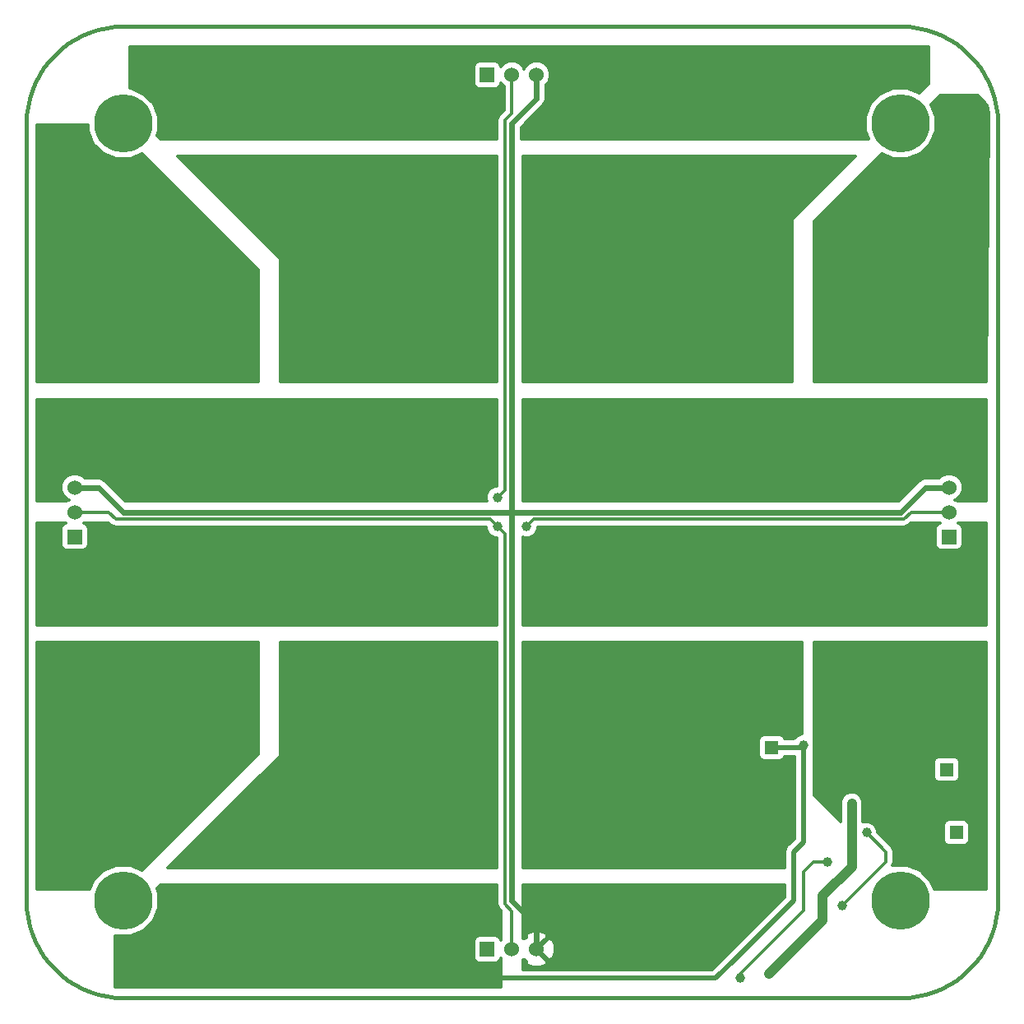
<source format=gbl>
G04 (created by PCBNEW-RS274X (2010-00-09 BZR 23xx)-stable) date Mon 03 Oct 2011 12:09:16 AM EDT*
G01*
G70*
G90*
%MOIN*%
G04 Gerber Fmt 3.4, Leading zero omitted, Abs format*
%FSLAX34Y34*%
G04 APERTURE LIST*
%ADD10C,0.005000*%
%ADD11C,0.015000*%
%ADD12R,0.060000X0.060000*%
%ADD13C,0.060000*%
%ADD14R,0.055000X0.055000*%
%ADD15C,0.236200*%
%ADD16C,0.029500*%
%ADD17C,0.039400*%
%ADD18C,0.019700*%
%ADD19C,0.011800*%
%ADD20C,0.039400*%
%ADD21C,0.023600*%
G04 APERTURE END LIST*
G54D10*
G54D11*
X19685Y-55118D02*
X19685Y-23622D01*
X55118Y-59055D02*
X23622Y-59055D01*
X59055Y-23622D02*
X59055Y-55118D01*
X23622Y-19685D02*
X55118Y-19685D01*
X55118Y-59055D02*
X55461Y-59040D01*
X55801Y-58995D01*
X56136Y-58920D01*
X56464Y-58817D01*
X56781Y-58686D01*
X57086Y-58527D01*
X57376Y-58343D01*
X57648Y-58133D01*
X57901Y-57901D01*
X58133Y-57648D01*
X58343Y-57376D01*
X58527Y-57086D01*
X58686Y-56781D01*
X58817Y-56464D01*
X58920Y-56136D01*
X58995Y-55801D01*
X59040Y-55461D01*
X59055Y-55118D01*
X19685Y-55118D02*
X19700Y-55461D01*
X19745Y-55801D01*
X19820Y-56136D01*
X19923Y-56464D01*
X20054Y-56781D01*
X20213Y-57086D01*
X20397Y-57376D01*
X20607Y-57648D01*
X20839Y-57901D01*
X21092Y-58133D01*
X21364Y-58343D01*
X21654Y-58527D01*
X21959Y-58686D01*
X22276Y-58817D01*
X22604Y-58920D01*
X22939Y-58995D01*
X23279Y-59040D01*
X23622Y-59055D01*
X23622Y-19685D02*
X23279Y-19700D01*
X22939Y-19745D01*
X22604Y-19820D01*
X22276Y-19923D01*
X21959Y-20054D01*
X21654Y-20213D01*
X21364Y-20397D01*
X21092Y-20607D01*
X20839Y-20839D01*
X20607Y-21092D01*
X20397Y-21364D01*
X20213Y-21654D01*
X20054Y-21959D01*
X19923Y-22276D01*
X19820Y-22604D01*
X19745Y-22939D01*
X19700Y-23279D01*
X19685Y-23622D01*
X59055Y-23622D02*
X59040Y-23279D01*
X58995Y-22939D01*
X58920Y-22604D01*
X58817Y-22276D01*
X58686Y-21959D01*
X58527Y-21654D01*
X58343Y-21364D01*
X58133Y-21092D01*
X57901Y-20839D01*
X57648Y-20607D01*
X57376Y-20397D01*
X57086Y-20213D01*
X56781Y-20054D01*
X56464Y-19923D01*
X56136Y-19820D01*
X55801Y-19745D01*
X55461Y-19700D01*
X55118Y-19685D01*
G54D12*
X38370Y-57087D03*
G54D13*
X39370Y-57087D03*
X40370Y-57087D03*
G54D12*
X57087Y-40370D03*
G54D13*
X57087Y-39370D03*
X57087Y-38370D03*
G54D12*
X21654Y-40370D03*
G54D13*
X21654Y-39370D03*
X21654Y-38370D03*
G54D12*
X38370Y-21654D03*
G54D13*
X39370Y-21654D03*
X40370Y-21654D03*
G54D14*
X56988Y-49803D03*
X57382Y-52362D03*
X49902Y-48917D03*
G54D15*
X55118Y-55118D03*
X23622Y-55118D03*
X23622Y-23622D03*
X55118Y-23622D03*
G54D16*
X45079Y-53543D03*
X44685Y-53346D03*
X44291Y-53346D03*
X43898Y-53346D03*
X43504Y-53543D03*
X43504Y-44882D03*
X43898Y-45079D03*
X44291Y-45079D03*
X45079Y-44882D03*
X44685Y-45079D03*
X53346Y-43701D03*
X53740Y-43504D03*
X54134Y-43504D03*
X54528Y-43504D03*
X54921Y-43701D03*
X45079Y-43701D03*
X44685Y-43504D03*
X44291Y-43504D03*
X43898Y-43504D03*
X43504Y-43701D03*
X54921Y-33858D03*
X54528Y-33661D03*
X54134Y-33661D03*
X53740Y-33661D03*
X53346Y-33858D03*
X54921Y-44882D03*
X54528Y-45079D03*
X54134Y-45079D03*
X53740Y-45079D03*
X53346Y-44882D03*
X45079Y-35039D03*
X44685Y-35236D03*
X44291Y-35236D03*
X43898Y-35236D03*
X43504Y-35039D03*
X54921Y-35039D03*
X54528Y-35236D03*
X54134Y-35236D03*
X53740Y-35236D03*
X53346Y-35039D03*
X45079Y-25197D03*
X44685Y-25394D03*
X44291Y-25394D03*
X43898Y-25394D03*
X43504Y-25197D03*
X45079Y-33858D03*
X44685Y-33661D03*
X44291Y-33661D03*
X43898Y-33661D03*
X43504Y-33858D03*
X35236Y-24016D03*
X34843Y-23819D03*
X34449Y-23819D03*
X34055Y-23819D03*
X33661Y-24016D03*
X45079Y-24016D03*
X44685Y-23819D03*
X44291Y-23819D03*
X43898Y-23819D03*
X43504Y-24016D03*
X35236Y-33858D03*
X34843Y-33661D03*
X34449Y-33661D03*
X34055Y-33661D03*
X33661Y-33858D03*
X35236Y-25197D03*
X34843Y-25394D03*
X34449Y-25394D03*
X34055Y-25394D03*
X33661Y-25197D03*
X25394Y-35039D03*
X25000Y-35236D03*
X24606Y-35236D03*
X24213Y-35236D03*
X23819Y-35039D03*
X35236Y-35039D03*
X34843Y-35236D03*
X34449Y-35236D03*
X34055Y-35236D03*
X33661Y-35039D03*
X25394Y-44882D03*
X25000Y-45079D03*
X24606Y-45079D03*
X24213Y-45079D03*
X23819Y-44882D03*
X25394Y-33858D03*
X25000Y-33661D03*
X24606Y-33661D03*
X24213Y-33661D03*
X23819Y-33858D03*
X35236Y-43701D03*
X34843Y-43504D03*
X34449Y-43504D03*
X34055Y-43504D03*
X33661Y-43701D03*
X25394Y-43701D03*
X25000Y-43504D03*
X24606Y-43504D03*
X24213Y-43504D03*
X23819Y-43701D03*
X35236Y-53543D03*
X34843Y-53346D03*
X34449Y-53346D03*
X34055Y-53346D03*
X33661Y-53543D03*
X33661Y-44882D03*
X34055Y-45079D03*
X34449Y-45079D03*
X34843Y-45079D03*
X35236Y-44882D03*
X35236Y-54724D03*
X34843Y-54921D03*
X34449Y-54921D03*
X34055Y-54921D03*
X33661Y-54724D03*
G54D13*
X33465Y-57480D03*
G54D17*
X51181Y-48819D03*
X52165Y-53543D03*
X48622Y-58268D03*
X38780Y-38780D03*
X39961Y-39961D03*
X38780Y-39961D03*
X53150Y-51181D03*
X49803Y-58071D03*
X52756Y-55315D03*
X53740Y-52362D03*
G54D16*
X45079Y-54724D03*
X44685Y-54921D03*
X44291Y-54921D03*
X43898Y-54921D03*
X43504Y-54724D03*
G54D18*
X44291Y-53346D02*
X44291Y-45079D01*
X44291Y-53346D02*
X44685Y-53346D01*
X43701Y-53346D02*
X43898Y-53346D01*
X43504Y-53543D02*
X43701Y-53346D01*
X43504Y-44882D02*
X43701Y-45079D01*
X43701Y-45079D02*
X43898Y-45079D01*
X44291Y-45079D02*
X44685Y-45079D01*
X53346Y-43701D02*
X53543Y-43504D01*
X53543Y-43504D02*
X53740Y-43504D01*
X54134Y-43504D02*
X54528Y-43504D01*
X44291Y-43504D02*
X44685Y-43504D01*
X43701Y-43504D02*
X43898Y-43504D01*
X43504Y-43701D02*
X43701Y-43504D01*
X54134Y-33661D02*
X54528Y-33661D01*
X53543Y-33661D02*
X53740Y-33661D01*
X53346Y-33858D02*
X53543Y-33661D01*
X54134Y-45079D02*
X54528Y-45079D01*
X53740Y-45276D02*
X53740Y-45079D01*
X53346Y-44882D02*
X53740Y-45276D01*
X44291Y-35236D02*
X44685Y-35236D01*
X43701Y-35236D02*
X43898Y-35236D01*
X43504Y-35039D02*
X43701Y-35236D01*
X54134Y-35236D02*
X54528Y-35236D01*
X53740Y-35433D02*
X53740Y-35236D01*
X53346Y-35039D02*
X53740Y-35433D01*
X44291Y-25394D02*
X44685Y-25394D01*
X43701Y-25394D02*
X43898Y-25394D01*
X43504Y-25197D02*
X43701Y-25394D01*
X44291Y-33661D02*
X44685Y-33661D01*
X43701Y-33661D02*
X43898Y-33661D01*
X43504Y-33858D02*
X43701Y-33661D01*
X34449Y-23819D02*
X34843Y-23819D01*
X33858Y-23819D02*
X34055Y-23819D01*
X33661Y-24016D02*
X33858Y-23819D01*
X44291Y-23819D02*
X44685Y-23819D01*
X43701Y-23819D02*
X43898Y-23819D01*
X43504Y-24016D02*
X43701Y-23819D01*
X34449Y-33661D02*
X34843Y-33661D01*
X33858Y-33661D02*
X34055Y-33661D01*
X33661Y-33858D02*
X33858Y-33661D01*
X34449Y-25394D02*
X34843Y-25394D01*
X33858Y-25394D02*
X34055Y-25394D01*
X33661Y-25197D02*
X33858Y-25394D01*
X24606Y-35236D02*
X25000Y-35236D01*
X24213Y-35433D02*
X24213Y-35236D01*
X23819Y-35039D02*
X24213Y-35433D01*
X34449Y-35236D02*
X34843Y-35236D01*
X33858Y-35236D02*
X34055Y-35236D01*
X33661Y-35039D02*
X33858Y-35236D01*
X24606Y-45079D02*
X25000Y-45079D01*
X24016Y-45079D02*
X24213Y-45079D01*
X23819Y-44882D02*
X24016Y-45079D01*
X24606Y-33661D02*
X25000Y-33661D01*
X24016Y-33661D02*
X24213Y-33661D01*
X23819Y-33858D02*
X24016Y-33661D01*
X34449Y-43504D02*
X34843Y-43504D01*
X33858Y-43504D02*
X34055Y-43504D01*
X33661Y-43701D02*
X33858Y-43504D01*
X24606Y-43504D02*
X25000Y-43504D01*
X24016Y-43504D02*
X24213Y-43504D01*
X23819Y-43701D02*
X24016Y-43504D01*
X34449Y-53346D02*
X34843Y-53346D01*
X33858Y-53346D02*
X34055Y-53346D01*
X33661Y-53543D02*
X33858Y-53346D01*
X34449Y-45079D02*
X34055Y-45079D01*
X35039Y-45079D02*
X34843Y-45079D01*
X35236Y-44882D02*
X35039Y-45079D01*
X49902Y-48917D02*
X51083Y-48917D01*
X51083Y-48917D02*
X51181Y-48819D01*
X48425Y-57480D02*
X50787Y-55118D01*
X50787Y-55118D02*
X50787Y-53150D01*
X51181Y-48819D02*
X51181Y-52756D01*
X51181Y-52756D02*
X50787Y-53150D01*
X34449Y-54921D02*
X34843Y-54921D01*
X33858Y-54921D02*
X34055Y-54921D01*
X33661Y-54724D02*
X33858Y-54921D01*
X48425Y-57481D02*
X48425Y-57480D01*
X47638Y-58268D02*
X48425Y-57481D01*
X34253Y-58268D02*
X47638Y-58268D01*
X33465Y-57480D02*
X34253Y-58268D01*
G54D19*
X51575Y-53543D02*
X51181Y-53937D01*
X51181Y-55512D02*
X49016Y-57677D01*
X51181Y-53937D02*
X51181Y-55512D01*
X52165Y-53543D02*
X51575Y-53543D01*
X49016Y-57677D02*
X48622Y-58071D01*
X48622Y-58071D02*
X48622Y-58268D01*
X39370Y-57087D02*
X39370Y-55538D01*
X39073Y-40254D02*
X38780Y-39961D01*
X39073Y-55241D02*
X39073Y-40254D01*
X39370Y-55538D02*
X39073Y-55241D01*
X39370Y-21654D02*
X39370Y-23202D01*
X39073Y-38487D02*
X38780Y-38780D01*
X39073Y-23499D02*
X39073Y-38487D01*
X39370Y-23202D02*
X39073Y-23499D01*
X21654Y-39370D02*
X23031Y-39370D01*
X55539Y-39370D02*
X57087Y-39370D01*
X55242Y-39667D02*
X55539Y-39370D01*
X40255Y-39667D02*
X55242Y-39667D01*
X39961Y-39961D02*
X40255Y-39667D01*
X38486Y-39667D02*
X38780Y-39961D01*
X23328Y-39667D02*
X38486Y-39667D01*
X23031Y-39370D02*
X23328Y-39667D01*
G54D20*
X53150Y-53740D02*
X53150Y-51181D01*
X51969Y-54921D02*
X53150Y-53740D01*
X51969Y-55905D02*
X51969Y-54921D01*
X49803Y-58071D02*
X51969Y-55905D01*
G54D19*
X52756Y-55315D02*
X54528Y-53543D01*
X54528Y-53543D02*
X54528Y-53150D01*
X54528Y-53150D02*
X53740Y-52362D01*
G54D21*
X44291Y-54921D02*
X44685Y-54921D01*
X43701Y-54921D02*
X43898Y-54921D01*
X43504Y-54724D02*
X43701Y-54921D01*
X40370Y-57087D02*
X40370Y-56118D01*
X39370Y-55118D02*
X39370Y-39370D01*
X40370Y-56118D02*
X39370Y-55118D01*
X40370Y-21654D02*
X40370Y-22622D01*
X40370Y-22622D02*
X39370Y-23622D01*
X39370Y-23622D02*
X39370Y-39370D01*
X57087Y-38370D02*
X56118Y-38370D01*
X56118Y-38370D02*
X55118Y-39370D01*
X55118Y-39370D02*
X39370Y-39370D01*
X22622Y-38370D02*
X23622Y-39370D01*
X22622Y-38370D02*
X21654Y-38370D01*
X23622Y-39370D02*
X39370Y-39370D01*
G54D10*
G36*
X50433Y-53780D02*
X50433Y-53150D01*
X50460Y-53014D01*
X50537Y-52900D01*
X50827Y-52610D01*
X50827Y-49271D01*
X50421Y-49271D01*
X50394Y-49337D01*
X50322Y-49409D01*
X50228Y-49448D01*
X49576Y-49448D01*
X49482Y-49409D01*
X49410Y-49337D01*
X49371Y-49243D01*
X49371Y-48591D01*
X49410Y-48497D01*
X49482Y-48425D01*
X49576Y-48386D01*
X50228Y-48386D01*
X50322Y-48425D01*
X50394Y-48497D01*
X50421Y-48563D01*
X50798Y-48563D01*
X50925Y-48436D01*
X51091Y-48367D01*
X51122Y-48367D01*
X51122Y-44646D01*
X39823Y-44646D01*
X39823Y-53780D01*
X50433Y-53780D01*
X50433Y-53780D01*
G37*
G54D19*
X50433Y-53780D02*
X50433Y-53150D01*
X50460Y-53014D01*
X50537Y-52900D01*
X50827Y-52610D01*
X50827Y-49271D01*
X50421Y-49271D01*
X50394Y-49337D01*
X50322Y-49409D01*
X50228Y-49448D01*
X49576Y-49448D01*
X49482Y-49409D01*
X49410Y-49337D01*
X49371Y-49243D01*
X49371Y-48591D01*
X49410Y-48497D01*
X49482Y-48425D01*
X49576Y-48386D01*
X50228Y-48386D01*
X50322Y-48425D01*
X50394Y-48497D01*
X50421Y-48563D01*
X50798Y-48563D01*
X50925Y-48436D01*
X51091Y-48367D01*
X51122Y-48367D01*
X51122Y-44646D01*
X39823Y-44646D01*
X39823Y-53780D01*
X50433Y-53780D01*
G54D10*
G36*
X58602Y-54665D02*
X58602Y-44646D01*
X51634Y-44646D01*
X51634Y-50861D01*
X52697Y-51924D01*
X52697Y-51181D01*
X52698Y-51175D01*
X52698Y-51091D01*
X52729Y-51014D01*
X52731Y-51008D01*
X52734Y-51002D01*
X52767Y-50925D01*
X52827Y-50864D01*
X52830Y-50861D01*
X52833Y-50858D01*
X52894Y-50798D01*
X52971Y-50765D01*
X52977Y-50762D01*
X52983Y-50760D01*
X53060Y-50729D01*
X53144Y-50729D01*
X53150Y-50728D01*
X53155Y-50729D01*
X53240Y-50729D01*
X53316Y-50760D01*
X53323Y-50762D01*
X53328Y-50765D01*
X53406Y-50798D01*
X53466Y-50858D01*
X53470Y-50861D01*
X53472Y-50864D01*
X53533Y-50925D01*
X53565Y-51002D01*
X53569Y-51008D01*
X53570Y-51014D01*
X53602Y-51091D01*
X53602Y-51175D01*
X53603Y-51181D01*
X53603Y-51929D01*
X53650Y-51910D01*
X53830Y-51910D01*
X53996Y-51979D01*
X54123Y-52106D01*
X54192Y-52272D01*
X54192Y-52368D01*
X54748Y-52925D01*
X54751Y-52927D01*
X54819Y-53029D01*
X54843Y-53150D01*
X54843Y-53543D01*
X54842Y-53543D01*
X54843Y-53544D01*
X54819Y-53664D01*
X54798Y-53695D01*
X54833Y-53681D01*
X55405Y-53681D01*
X55933Y-53900D01*
X56337Y-54305D01*
X56485Y-54665D01*
X56662Y-54665D01*
X56662Y-50334D01*
X56568Y-50295D01*
X56496Y-50223D01*
X56457Y-50129D01*
X56457Y-49477D01*
X56496Y-49383D01*
X56568Y-49311D01*
X56662Y-49272D01*
X57314Y-49272D01*
X57408Y-49311D01*
X57480Y-49383D01*
X57519Y-49477D01*
X57519Y-50129D01*
X57480Y-50223D01*
X57408Y-50295D01*
X57314Y-50334D01*
X56662Y-50334D01*
X56662Y-54665D01*
X57056Y-54665D01*
X57056Y-52893D01*
X56962Y-52854D01*
X56890Y-52782D01*
X56851Y-52688D01*
X56851Y-52036D01*
X56890Y-51942D01*
X56962Y-51870D01*
X57056Y-51831D01*
X57708Y-51831D01*
X57802Y-51870D01*
X57874Y-51942D01*
X57913Y-52036D01*
X57913Y-52688D01*
X57874Y-52782D01*
X57802Y-52854D01*
X57708Y-52893D01*
X57056Y-52893D01*
X57056Y-54665D01*
X58602Y-54665D01*
X58602Y-54665D01*
G37*
G54D19*
X58602Y-54665D02*
X58602Y-44646D01*
X51634Y-44646D01*
X51634Y-50861D01*
X52697Y-51924D01*
X52697Y-51181D01*
X52698Y-51175D01*
X52698Y-51091D01*
X52729Y-51014D01*
X52731Y-51008D01*
X52734Y-51002D01*
X52767Y-50925D01*
X52827Y-50864D01*
X52830Y-50861D01*
X52833Y-50858D01*
X52894Y-50798D01*
X52971Y-50765D01*
X52977Y-50762D01*
X52983Y-50760D01*
X53060Y-50729D01*
X53144Y-50729D01*
X53150Y-50728D01*
X53155Y-50729D01*
X53240Y-50729D01*
X53316Y-50760D01*
X53323Y-50762D01*
X53328Y-50765D01*
X53406Y-50798D01*
X53466Y-50858D01*
X53470Y-50861D01*
X53472Y-50864D01*
X53533Y-50925D01*
X53565Y-51002D01*
X53569Y-51008D01*
X53570Y-51014D01*
X53602Y-51091D01*
X53602Y-51175D01*
X53603Y-51181D01*
X53603Y-51929D01*
X53650Y-51910D01*
X53830Y-51910D01*
X53996Y-51979D01*
X54123Y-52106D01*
X54192Y-52272D01*
X54192Y-52368D01*
X54748Y-52925D01*
X54751Y-52927D01*
X54819Y-53029D01*
X54843Y-53150D01*
X54843Y-53543D01*
X54842Y-53543D01*
X54843Y-53544D01*
X54819Y-53664D01*
X54798Y-53695D01*
X54833Y-53681D01*
X55405Y-53681D01*
X55933Y-53900D01*
X56337Y-54305D01*
X56485Y-54665D01*
X56662Y-54665D01*
X56662Y-50334D01*
X56568Y-50295D01*
X56496Y-50223D01*
X56457Y-50129D01*
X56457Y-49477D01*
X56496Y-49383D01*
X56568Y-49311D01*
X56662Y-49272D01*
X57314Y-49272D01*
X57408Y-49311D01*
X57480Y-49383D01*
X57519Y-49477D01*
X57519Y-50129D01*
X57480Y-50223D01*
X57408Y-50295D01*
X57314Y-50334D01*
X56662Y-50334D01*
X56662Y-54665D01*
X57056Y-54665D01*
X57056Y-52893D01*
X56962Y-52854D01*
X56890Y-52782D01*
X56851Y-52688D01*
X56851Y-52036D01*
X56890Y-51942D01*
X56962Y-51870D01*
X57056Y-51831D01*
X57708Y-51831D01*
X57802Y-51870D01*
X57874Y-51942D01*
X57913Y-52036D01*
X57913Y-52688D01*
X57874Y-52782D01*
X57802Y-52854D01*
X57708Y-52893D01*
X57056Y-52893D01*
X57056Y-54665D01*
X58602Y-54665D01*
G54D10*
G36*
X58602Y-43937D02*
X58602Y-39823D01*
X57459Y-39823D01*
X57532Y-39853D01*
X57604Y-39925D01*
X57643Y-40019D01*
X57643Y-40721D01*
X57604Y-40815D01*
X57532Y-40887D01*
X57438Y-40926D01*
X56736Y-40926D01*
X56642Y-40887D01*
X56570Y-40815D01*
X56531Y-40721D01*
X56531Y-40019D01*
X56570Y-39925D01*
X56642Y-39853D01*
X56714Y-39823D01*
X55531Y-39823D01*
X55465Y-39890D01*
X55363Y-39958D01*
X55242Y-39982D01*
X40413Y-39982D01*
X40413Y-40051D01*
X40344Y-40217D01*
X40217Y-40344D01*
X40051Y-40413D01*
X39871Y-40413D01*
X39823Y-40393D01*
X39823Y-43937D01*
X58602Y-43937D01*
X58602Y-43937D01*
G37*
G54D19*
X58602Y-43937D02*
X58602Y-39823D01*
X57459Y-39823D01*
X57532Y-39853D01*
X57604Y-39925D01*
X57643Y-40019D01*
X57643Y-40721D01*
X57604Y-40815D01*
X57532Y-40887D01*
X57438Y-40926D01*
X56736Y-40926D01*
X56642Y-40887D01*
X56570Y-40815D01*
X56531Y-40721D01*
X56531Y-40019D01*
X56570Y-39925D01*
X56642Y-39853D01*
X56714Y-39823D01*
X55531Y-39823D01*
X55465Y-39890D01*
X55363Y-39958D01*
X55242Y-39982D01*
X40413Y-39982D01*
X40413Y-40051D01*
X40344Y-40217D01*
X40217Y-40344D01*
X40051Y-40413D01*
X39871Y-40413D01*
X39823Y-40393D01*
X39823Y-43937D01*
X58602Y-43937D01*
G54D10*
G36*
X58602Y-38917D02*
X58602Y-34803D01*
X39823Y-34803D01*
X39823Y-38917D01*
X55042Y-38917D01*
X55853Y-38106D01*
X55974Y-38024D01*
X55997Y-38019D01*
X56118Y-37996D01*
X56676Y-37996D01*
X56773Y-37899D01*
X56977Y-37815D01*
X57198Y-37815D01*
X57402Y-37900D01*
X57558Y-38056D01*
X57642Y-38260D01*
X57642Y-38481D01*
X57557Y-38685D01*
X57401Y-38841D01*
X57330Y-38870D01*
X57402Y-38900D01*
X57419Y-38917D01*
X58602Y-38917D01*
X58602Y-38917D01*
G37*
G54D19*
X58602Y-38917D02*
X58602Y-34803D01*
X39823Y-34803D01*
X39823Y-38917D01*
X55042Y-38917D01*
X55853Y-38106D01*
X55974Y-38024D01*
X55997Y-38019D01*
X56118Y-37996D01*
X56676Y-37996D01*
X56773Y-37899D01*
X56977Y-37815D01*
X57198Y-37815D01*
X57402Y-37900D01*
X57558Y-38056D01*
X57642Y-38260D01*
X57642Y-38481D01*
X57557Y-38685D01*
X57401Y-38841D01*
X57330Y-38870D01*
X57402Y-38900D01*
X57419Y-38917D01*
X58602Y-38917D01*
G54D10*
G36*
X58602Y-34095D02*
X58697Y-23217D01*
X58631Y-22888D01*
X58243Y-22499D01*
X56717Y-22499D01*
X56357Y-22858D01*
X56555Y-23337D01*
X56555Y-23909D01*
X56336Y-24437D01*
X55931Y-24841D01*
X55403Y-25059D01*
X54831Y-25059D01*
X54354Y-24861D01*
X51634Y-27583D01*
X51634Y-34095D01*
X58602Y-34095D01*
X58602Y-34095D01*
G37*
G54D19*
X58602Y-34095D02*
X58697Y-23217D01*
X58631Y-22888D01*
X58243Y-22499D01*
X56717Y-22499D01*
X56357Y-22858D01*
X56555Y-23337D01*
X56555Y-23909D01*
X56336Y-24437D01*
X55931Y-24841D01*
X55403Y-25059D01*
X54831Y-25059D01*
X54354Y-24861D01*
X51634Y-27583D01*
X51634Y-34095D01*
X58602Y-34095D01*
G54D10*
G36*
X50728Y-34095D02*
X50728Y-27534D01*
X53302Y-24960D01*
X39823Y-24960D01*
X39823Y-34095D01*
X50728Y-34095D01*
X50728Y-34095D01*
G37*
G54D19*
X50728Y-34095D02*
X50728Y-27534D01*
X53302Y-24960D01*
X39823Y-24960D01*
X39823Y-34095D01*
X50728Y-34095D01*
G54D10*
G36*
X53823Y-24252D02*
X53681Y-23907D01*
X53681Y-23335D01*
X53900Y-22807D01*
X54305Y-22403D01*
X54833Y-22185D01*
X55405Y-22185D01*
X55891Y-22386D01*
X56240Y-22023D01*
X56240Y-20531D01*
X23878Y-20531D01*
X23878Y-22185D01*
X23909Y-22185D01*
X24437Y-22404D01*
X24841Y-22809D01*
X25059Y-23337D01*
X25059Y-23909D01*
X24976Y-24106D01*
X25122Y-24252D01*
X38758Y-24252D01*
X38758Y-23499D01*
X38782Y-23378D01*
X38850Y-23276D01*
X39055Y-23071D01*
X39055Y-22124D01*
X38926Y-21995D01*
X38926Y-22005D01*
X38887Y-22099D01*
X38815Y-22171D01*
X38721Y-22210D01*
X38019Y-22210D01*
X37925Y-22171D01*
X37853Y-22099D01*
X37814Y-22005D01*
X37814Y-21303D01*
X37853Y-21209D01*
X37925Y-21137D01*
X38019Y-21098D01*
X38721Y-21098D01*
X38815Y-21137D01*
X38887Y-21209D01*
X38926Y-21303D01*
X38926Y-21313D01*
X39056Y-21183D01*
X39260Y-21099D01*
X39481Y-21099D01*
X39685Y-21184D01*
X39841Y-21340D01*
X39870Y-21410D01*
X39900Y-21339D01*
X40056Y-21183D01*
X40260Y-21099D01*
X40481Y-21099D01*
X40685Y-21184D01*
X40841Y-21340D01*
X40925Y-21544D01*
X40925Y-21765D01*
X40840Y-21969D01*
X40744Y-22065D01*
X40744Y-22622D01*
X40720Y-22742D01*
X40716Y-22766D01*
X40634Y-22887D01*
X39744Y-23776D01*
X39744Y-24252D01*
X53823Y-24252D01*
X53823Y-24252D01*
G37*
G54D19*
X53823Y-24252D02*
X53681Y-23907D01*
X53681Y-23335D01*
X53900Y-22807D01*
X54305Y-22403D01*
X54833Y-22185D01*
X55405Y-22185D01*
X55891Y-22386D01*
X56240Y-22023D01*
X56240Y-20531D01*
X23878Y-20531D01*
X23878Y-22185D01*
X23909Y-22185D01*
X24437Y-22404D01*
X24841Y-22809D01*
X25059Y-23337D01*
X25059Y-23909D01*
X24976Y-24106D01*
X25122Y-24252D01*
X38758Y-24252D01*
X38758Y-23499D01*
X38782Y-23378D01*
X38850Y-23276D01*
X39055Y-23071D01*
X39055Y-22124D01*
X38926Y-21995D01*
X38926Y-22005D01*
X38887Y-22099D01*
X38815Y-22171D01*
X38721Y-22210D01*
X38019Y-22210D01*
X37925Y-22171D01*
X37853Y-22099D01*
X37814Y-22005D01*
X37814Y-21303D01*
X37853Y-21209D01*
X37925Y-21137D01*
X38019Y-21098D01*
X38721Y-21098D01*
X38815Y-21137D01*
X38887Y-21209D01*
X38926Y-21303D01*
X38926Y-21313D01*
X39056Y-21183D01*
X39260Y-21099D01*
X39481Y-21099D01*
X39685Y-21184D01*
X39841Y-21340D01*
X39870Y-21410D01*
X39900Y-21339D01*
X40056Y-21183D01*
X40260Y-21099D01*
X40481Y-21099D01*
X40685Y-21184D01*
X40841Y-21340D01*
X40925Y-21544D01*
X40925Y-21765D01*
X40840Y-21969D01*
X40744Y-22065D01*
X40744Y-22622D01*
X40720Y-22742D01*
X40716Y-22766D01*
X40634Y-22887D01*
X39744Y-23776D01*
X39744Y-24252D01*
X53823Y-24252D01*
G54D10*
G36*
X38758Y-34095D02*
X38758Y-24961D01*
X25831Y-24961D01*
X29980Y-29109D01*
X29980Y-34095D01*
X38758Y-34095D01*
X38758Y-34095D01*
G37*
G54D19*
X38758Y-34095D02*
X38758Y-24961D01*
X25831Y-24961D01*
X29980Y-29109D01*
X29980Y-34095D01*
X38758Y-34095D01*
G54D10*
G36*
X29075Y-34095D02*
X29075Y-29552D01*
X24384Y-24861D01*
X23907Y-25059D01*
X23335Y-25059D01*
X22807Y-24840D01*
X22403Y-24435D01*
X22185Y-23907D01*
X22185Y-23681D01*
X20138Y-23681D01*
X20138Y-34095D01*
X29075Y-34095D01*
X29075Y-34095D01*
G37*
G54D19*
X29075Y-34095D02*
X29075Y-29552D01*
X24384Y-24861D01*
X23907Y-25059D01*
X23335Y-25059D01*
X22807Y-24840D01*
X22403Y-24435D01*
X22185Y-23907D01*
X22185Y-23681D01*
X20138Y-23681D01*
X20138Y-34095D01*
X29075Y-34095D01*
G54D10*
G36*
X38347Y-38917D02*
X38328Y-38870D01*
X38328Y-38690D01*
X38397Y-38524D01*
X38524Y-38397D01*
X38690Y-38328D01*
X38758Y-38328D01*
X38758Y-34803D01*
X20138Y-34803D01*
X20138Y-38917D01*
X21321Y-38917D01*
X21340Y-38899D01*
X21410Y-38869D01*
X21339Y-38840D01*
X21183Y-38684D01*
X21099Y-38480D01*
X21099Y-38259D01*
X21184Y-38055D01*
X21340Y-37899D01*
X21544Y-37815D01*
X21765Y-37815D01*
X21969Y-37900D01*
X22065Y-37996D01*
X22622Y-37996D01*
X22742Y-38019D01*
X22766Y-38024D01*
X22886Y-38106D01*
X23697Y-38917D01*
X38347Y-38917D01*
X38347Y-38917D01*
G37*
G54D19*
X38347Y-38917D02*
X38328Y-38870D01*
X38328Y-38690D01*
X38397Y-38524D01*
X38524Y-38397D01*
X38690Y-38328D01*
X38758Y-38328D01*
X38758Y-34803D01*
X20138Y-34803D01*
X20138Y-38917D01*
X21321Y-38917D01*
X21340Y-38899D01*
X21410Y-38869D01*
X21339Y-38840D01*
X21183Y-38684D01*
X21099Y-38480D01*
X21099Y-38259D01*
X21184Y-38055D01*
X21340Y-37899D01*
X21544Y-37815D01*
X21765Y-37815D01*
X21969Y-37900D01*
X22065Y-37996D01*
X22622Y-37996D01*
X22742Y-38019D01*
X22766Y-38024D01*
X22886Y-38106D01*
X23697Y-38917D01*
X38347Y-38917D01*
G54D10*
G36*
X38758Y-43937D02*
X38758Y-40413D01*
X38690Y-40413D01*
X38524Y-40344D01*
X38397Y-40217D01*
X38328Y-40051D01*
X38328Y-39982D01*
X23328Y-39982D01*
X23207Y-39958D01*
X23105Y-39890D01*
X23038Y-39823D01*
X22026Y-39823D01*
X22099Y-39853D01*
X22171Y-39925D01*
X22210Y-40019D01*
X22210Y-40721D01*
X22171Y-40815D01*
X22099Y-40887D01*
X22005Y-40926D01*
X21303Y-40926D01*
X21209Y-40887D01*
X21137Y-40815D01*
X21098Y-40721D01*
X21098Y-40019D01*
X21137Y-39925D01*
X21209Y-39853D01*
X21281Y-39823D01*
X20138Y-39823D01*
X20138Y-43937D01*
X38758Y-43937D01*
X38758Y-43937D01*
G37*
G54D19*
X38758Y-43937D02*
X38758Y-40413D01*
X38690Y-40413D01*
X38524Y-40344D01*
X38397Y-40217D01*
X38328Y-40051D01*
X38328Y-39982D01*
X23328Y-39982D01*
X23207Y-39958D01*
X23105Y-39890D01*
X23038Y-39823D01*
X22026Y-39823D01*
X22099Y-39853D01*
X22171Y-39925D01*
X22210Y-40019D01*
X22210Y-40721D01*
X22171Y-40815D01*
X22099Y-40887D01*
X22005Y-40926D01*
X21303Y-40926D01*
X21209Y-40887D01*
X21137Y-40815D01*
X21098Y-40721D01*
X21098Y-40019D01*
X21137Y-39925D01*
X21209Y-39853D01*
X21281Y-39823D01*
X20138Y-39823D01*
X20138Y-43937D01*
X38758Y-43937D01*
G54D10*
G36*
X22253Y-54665D02*
X22404Y-54303D01*
X22809Y-53899D01*
X23337Y-53681D01*
X23909Y-53681D01*
X24384Y-53878D01*
X29075Y-49188D01*
X29075Y-44646D01*
X20138Y-44646D01*
X20138Y-54665D01*
X22253Y-54665D01*
X22253Y-54665D01*
G37*
G54D19*
X22253Y-54665D02*
X22404Y-54303D01*
X22809Y-53899D01*
X23337Y-53681D01*
X23909Y-53681D01*
X24384Y-53878D01*
X29075Y-49188D01*
X29075Y-44646D01*
X20138Y-44646D01*
X20138Y-54665D01*
X22253Y-54665D01*
G54D10*
G36*
X38758Y-53780D02*
X38758Y-44646D01*
X29980Y-44646D01*
X29980Y-49237D01*
X25437Y-53780D01*
X38758Y-53780D01*
X38758Y-53780D01*
G37*
G54D19*
X38758Y-53780D02*
X38758Y-44646D01*
X29980Y-44646D01*
X29980Y-49237D01*
X25437Y-53780D01*
X38758Y-53780D01*
G54D10*
G36*
X38917Y-58602D02*
X38917Y-57459D01*
X38887Y-57532D01*
X38815Y-57604D01*
X38721Y-57643D01*
X38019Y-57643D01*
X37925Y-57604D01*
X37853Y-57532D01*
X37814Y-57438D01*
X37814Y-56736D01*
X37853Y-56642D01*
X37925Y-56570D01*
X38019Y-56531D01*
X38721Y-56531D01*
X38815Y-56570D01*
X38887Y-56642D01*
X38917Y-56714D01*
X38917Y-55531D01*
X38850Y-55464D01*
X38782Y-55362D01*
X38758Y-55241D01*
X38758Y-54488D01*
X25122Y-54488D01*
X24976Y-54633D01*
X25059Y-54833D01*
X25059Y-55405D01*
X24840Y-55933D01*
X24435Y-56337D01*
X23907Y-56555D01*
X23335Y-56555D01*
X23287Y-56535D01*
X23287Y-58602D01*
X38917Y-58602D01*
X38917Y-58602D01*
G37*
G54D19*
X38917Y-58602D02*
X38917Y-57459D01*
X38887Y-57532D01*
X38815Y-57604D01*
X38721Y-57643D01*
X38019Y-57643D01*
X37925Y-57604D01*
X37853Y-57532D01*
X37814Y-57438D01*
X37814Y-56736D01*
X37853Y-56642D01*
X37925Y-56570D01*
X38019Y-56531D01*
X38721Y-56531D01*
X38815Y-56570D01*
X38887Y-56642D01*
X38917Y-56714D01*
X38917Y-55531D01*
X38850Y-55464D01*
X38782Y-55362D01*
X38758Y-55241D01*
X38758Y-54488D01*
X25122Y-54488D01*
X24976Y-54633D01*
X25059Y-54833D01*
X25059Y-55405D01*
X24840Y-55933D01*
X24435Y-56337D01*
X23907Y-56555D01*
X23335Y-56555D01*
X23287Y-56535D01*
X23287Y-58602D01*
X38917Y-58602D01*
G54D10*
G36*
X47491Y-57914D02*
X48174Y-57231D01*
X48174Y-57230D01*
X48175Y-57230D01*
X50433Y-54971D01*
X50433Y-54488D01*
X39823Y-54488D01*
X39823Y-56666D01*
X39886Y-56661D01*
X39837Y-56612D01*
X39895Y-56554D01*
X39944Y-56603D01*
X39958Y-56451D01*
X40212Y-56346D01*
X40507Y-56342D01*
X40782Y-56451D01*
X40796Y-56603D01*
X40370Y-57029D01*
X40312Y-57087D01*
X40370Y-57145D01*
X40796Y-57571D01*
X40782Y-57723D01*
X40528Y-57828D01*
X40233Y-57832D01*
X39958Y-57723D01*
X39944Y-57571D01*
X39895Y-57620D01*
X39837Y-57562D01*
X39886Y-57513D01*
X39823Y-57507D01*
X39823Y-57914D01*
X40233Y-57914D01*
X40854Y-57914D01*
X40854Y-57513D01*
X40428Y-57087D01*
X40854Y-56661D01*
X41006Y-56675D01*
X41111Y-56929D01*
X41115Y-57224D01*
X41006Y-57499D01*
X40854Y-57513D01*
X40854Y-57914D01*
X47491Y-57914D01*
X47491Y-57914D01*
G37*
G54D19*
X47491Y-57914D02*
X48174Y-57231D01*
X48174Y-57230D01*
X48175Y-57230D01*
X50433Y-54971D01*
X50433Y-54488D01*
X39823Y-54488D01*
X39823Y-56666D01*
X39886Y-56661D01*
X39837Y-56612D01*
X39895Y-56554D01*
X39944Y-56603D01*
X39958Y-56451D01*
X40212Y-56346D01*
X40507Y-56342D01*
X40782Y-56451D01*
X40796Y-56603D01*
X40370Y-57029D01*
X40312Y-57087D01*
X40370Y-57145D01*
X40796Y-57571D01*
X40782Y-57723D01*
X40528Y-57828D01*
X40233Y-57832D01*
X39958Y-57723D01*
X39944Y-57571D01*
X39895Y-57620D01*
X39837Y-57562D01*
X39886Y-57513D01*
X39823Y-57507D01*
X39823Y-57914D01*
X40233Y-57914D01*
X40854Y-57914D01*
X40854Y-57513D01*
X40428Y-57087D01*
X40854Y-56661D01*
X41006Y-56675D01*
X41111Y-56929D01*
X41115Y-57224D01*
X41006Y-57499D01*
X40854Y-57513D01*
X40854Y-57914D01*
X47491Y-57914D01*
M02*

</source>
